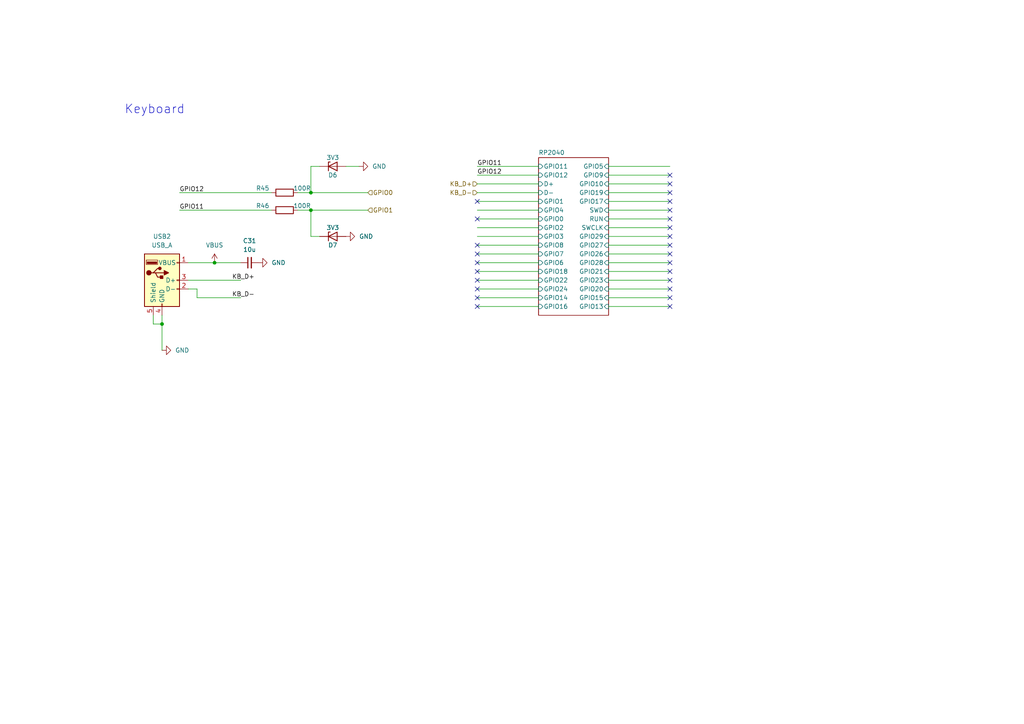
<source format=kicad_sch>
(kicad_sch (version 20231120) (generator "eeschema") (generator_version "8.0")
  (paper "A4")
  (title_block (title "FRANK2") (date "2024-11-21") (rev "1.0") (company "Mikhail Matveev") (comment 1 "https://github.com/xtremespb/frank2"))
  (lib_symbols
    (symbol "Connector:USB_A" (pin_names (offset 1.016))
      (property "Reference" "J" (at -5.08 11.43 0))
      (property "Value" "USB_A" (at -5.08 8.89 0))
      (symbol "USB_A_0_1"
        (rectangle (start -5.08 -7.62) (end 5.08 7.62) (stroke (width 0.254)) (fill (type background)))
        (circle (center -3.81 2.159) (radius 0.635) (stroke (width 0.254)) (fill (type outline)))
        (rectangle (start -1.524 4.826) (end -4.318 5.334) (fill (type outline)))
        (rectangle (start -1.27 4.572) (end -4.572 5.842))
        (circle (center -0.635 3.429) (radius 0.381) (stroke (width 0.254)) (fill (type outline)))
        (rectangle (start -0.127 -7.62) (end 0.127 -6.858))
        (polyline (pts (xy -3.175 2.159) (xy -2.54 2.159) (xy -1.27 3.429) (xy -0.635 3.429)) (stroke (width 0.254)))
        (polyline (pts (xy -2.54 2.159) (xy -1.905 2.159) (xy -1.27 0.889) (xy 0 0.889)) (stroke (width 0.254)))
        (polyline (pts (xy 0.635 2.794) (xy 0.635 1.524) (xy 1.905 2.159) (xy 0.635 2.794)) (stroke (width 0.254)) (fill (type outline)))
        (rectangle (start 0.254 1.27) (end -0.508 0.508) (stroke (width 0.254)) (fill (type outline)))
        (rectangle (start 5.08 -2.667) (end 4.318 -2.413))
        (rectangle (start 5.08 -0.127) (end 4.318 0.127))
        (rectangle (start 5.08 4.953) (end 4.318 5.207))
      )
      (symbol "USB_A_1_1"
        (polyline (pts (xy -1.905 2.159) (xy 0.635 2.159)) (stroke (width 0.254)))
        (pin power_in line (at 7.62 5.08 180) (length 2.54) (name "VBUS") (number "1"))
        (pin bidirectional line (at 7.62 -2.54 180) (length 2.54) (name "D-") (number "2"))
        (pin bidirectional line (at 7.62 0 180) (length 2.54) (name "D+") (number "3"))
        (pin power_in line (at 0 -10.16 90) (length 2.54) (name "GND") (number "4"))
        (pin passive line (at -2.54 -10.16 90) (length 2.54) (name "Shield") (number "5"))
      )
    )
    (symbol "Device:C_Small" (pin_numbers hide) (pin_names (offset 0.254) hide)
      (property "Reference" "C" (at 0.254 1.778 0))
      (property "Value" "C_Small" (at 0.254 -2.032 0))
      (symbol "C_Small_0_1"
        (polyline (pts (xy -1.524 -0.508) (xy 1.524 -0.508)) (stroke (width 0.3302)))
        (polyline (pts (xy -1.524 0.508) (xy 1.524 0.508)) (stroke (width 0.3048)))
      )
      (symbol "C_Small_1_1"
        (pin passive line (at 0 2.54 270) (length 2.032) (name "~") (number "1"))
        (pin passive line (at 0 -2.54 90) (length 2.032) (name "~") (number "2"))
      )
    )
    (symbol "Device:D_Zener" (pin_numbers hide) (pin_names (offset 1.016) hide)
      (property "Reference" "D" (at 0 2.54 0))
      (property "Value" "D_Zener" (at 0 -2.54 0))
      (symbol "D_Zener_0_1"
        (polyline (pts (xy 1.27 0) (xy -1.27 0)))
        (polyline (pts (xy -1.27 -1.27) (xy -1.27 1.27) (xy -0.762 1.27)) (stroke (width 0.254)))
        (polyline (pts (xy 1.27 -1.27) (xy 1.27 1.27) (xy -1.27 0) (xy 1.27 -1.27)) (stroke (width 0.254)))
      )
      (symbol "D_Zener_1_1"
        (pin passive line (at -3.81 0 0) (length 2.54) (name "K") (number "1"))
        (pin passive line (at 3.81 0 180) (length 2.54) (name "A") (number "2"))
      )
    )
    (symbol "Device:R" (pin_numbers hide) (pin_names (offset 0))
      (property "Reference" "R" (at 2.032 0 90))
      (property "Value" "R" (at 0 0 90))
      (symbol "R_0_1"
        (rectangle (start -1.016 -2.54) (end 1.016 2.54) (stroke (width 0.254)))
      )
      (symbol "R_1_1"
        (pin passive line (at 0 3.81 270) (length 1.27) (name "~") (number "1"))
        (pin passive line (at 0 -3.81 90) (length 1.27) (name "~") (number "2"))
      )
    )
    (symbol "GND_1" (power) (pin_numbers hide) (pin_names (offset 0) hide)
      (property "Value" "GND" (at 0 -3.81 0))
      (symbol "GND_1_0_1"
        (polyline (pts (xy 0 0) (xy 0 -1.27) (xy 1.27 -1.27) (xy 0 -2.54) (xy -1.27 -1.27) (xy 0 -1.27)))
      )
      (symbol "GND_1_1_1"
        (pin power_in line (at 0 0 270) (length 0) (name "~") (number "1"))
      )
    )
    (symbol "GND_2" (power) (pin_numbers hide) (pin_names (offset 0) hide)
      (property "Value" "GND" (at 0 -3.81 0))
      (symbol "GND_2_0_1"
        (polyline (pts (xy 0 0) (xy 0 -1.27) (xy 1.27 -1.27) (xy 0 -2.54) (xy -1.27 -1.27) (xy 0 -1.27)))
      )
      (symbol "GND_2_1_1"
        (pin power_in line (at 0 0 270) (length 0) (name "~") (number "1"))
      )
    )
    (symbol "power:GND" (power) (pin_names (offset 0))
      (property "Value" "GND" (at 0 -3.81 0))
      (symbol "GND_0_1"
        (polyline (pts (xy 0 0) (xy 0 -1.27) (xy 1.27 -1.27) (xy 0 -2.54) (xy -1.27 -1.27) (xy 0 -1.27)))
      )
      (symbol "GND_1_1"
        (pin power_in line (at 0 0 270) (length 0) hide (name "GND") (number "1"))
      )
    )
    (symbol "power:VBUS" (power) (pin_numbers hide) (pin_names (offset 0) hide)
      (property "Value" "VBUS" (at 0 3.556 0))
      (symbol "VBUS_0_1"
        (polyline (pts (xy -0.762 1.27) (xy 0 2.54)))
        (polyline (pts (xy 0 0) (xy 0 2.54)))
        (polyline (pts (xy 0 2.54) (xy 0.762 1.27)))
      )
      (symbol "VBUS_1_1"
        (pin power_in line (at 0 0 90) (length 0) (name "~") (number "1"))
      )
    )
  )
  (junction (at 90.17 60.96))
  (junction (at 46.99 93.98))
  (junction (at 90.17 55.88))
  (junction (at 62.23 76.2))
  (no_connect (at 194.31 88.9))
  (no_connect (at 194.31 55.88))
  (no_connect (at 194.31 83.82))
  (no_connect (at 138.43 58.42))
  (no_connect (at 138.43 78.74))
  (no_connect (at 138.43 76.2))
  (no_connect (at 138.43 86.36))
  (no_connect (at 138.43 73.66))
  (no_connect (at 194.31 58.42))
  (no_connect (at 194.31 60.96))
  (no_connect (at 138.43 88.9))
  (no_connect (at 138.43 71.12))
  (no_connect (at 194.31 78.74))
  (no_connect (at 194.31 50.8))
  (no_connect (at 194.31 86.36))
  (no_connect (at 194.31 53.34))
  (no_connect (at 194.31 63.5))
  (no_connect (at 194.31 68.58))
  (no_connect (at 194.31 71.12))
  (no_connect (at 194.31 73.66))
  (no_connect (at 138.43 63.5))
  (no_connect (at 194.31 76.2))
  (no_connect (at 194.31 81.28))
  (no_connect (at 138.43 81.28))
  (no_connect (at 138.43 83.82))
  (no_connect (at 194.31 66.04))
  (wire (pts (xy 176.53 73.66) (xy 194.31 73.66)))
  (wire (pts (xy 90.17 55.88) (xy 106.68 55.88)))
  (wire (pts (xy 57.15 83.82) (xy 57.15 86.36)))
  (wire (pts (xy 138.43 76.2) (xy 156.21 76.2)))
  (wire (pts (xy 52.07 60.96) (xy 78.74 60.96)))
  (wire (pts (xy 54.61 76.2) (xy 62.23 76.2)))
  (wire (pts (xy 138.43 55.88) (xy 156.21 55.88)))
  (wire (pts (xy 46.99 91.44) (xy 46.99 93.98)))
  (wire (pts (xy 92.71 68.58) (xy 90.17 68.58)))
  (wire (pts (xy 138.43 50.8) (xy 156.21 50.8)))
  (wire (pts (xy 176.53 71.12) (xy 194.31 71.12)))
  (wire (pts (xy 138.43 60.96) (xy 156.21 60.96)))
  (wire (pts (xy 90.17 60.96) (xy 86.36 60.96)))
  (wire (pts (xy 138.43 68.58) (xy 156.21 68.58)))
  (wire (pts (xy 90.17 60.96) (xy 106.68 60.96)))
  (wire (pts (xy 92.71 48.26) (xy 90.17 48.26)))
  (wire (pts (xy 138.43 58.42) (xy 156.21 58.42)))
  (wire (pts (xy 138.43 88.9) (xy 156.21 88.9)))
  (wire (pts (xy 46.99 93.98) (xy 46.99 101.6)))
  (wire (pts (xy 90.17 68.58) (xy 90.17 60.96)))
  (wire (pts (xy 176.53 50.8) (xy 194.31 50.8)))
  (wire (pts (xy 176.53 78.74) (xy 194.31 78.74)))
  (wire (pts (xy 176.53 58.42) (xy 194.31 58.42)))
  (wire (pts (xy 100.33 48.26) (xy 104.14 48.26)))
  (wire (pts (xy 138.43 83.82) (xy 156.21 83.82)))
  (wire (pts (xy 62.23 76.2) (xy 69.85 76.2)))
  (wire (pts (xy 138.43 53.34) (xy 156.21 53.34)))
  (wire (pts (xy 176.53 76.2) (xy 194.31 76.2)))
  (wire (pts (xy 52.07 55.88) (xy 78.74 55.88)))
  (wire (pts (xy 176.53 48.26) (xy 194.31 48.26)))
  (wire (pts (xy 57.15 86.36) (xy 69.85 86.36)))
  (wire (pts (xy 176.53 68.58) (xy 194.31 68.58)))
  (wire (pts (xy 176.53 88.9) (xy 194.31 88.9)))
  (wire (pts (xy 176.53 60.96) (xy 194.31 60.96)))
  (wire (pts (xy 176.53 66.04) (xy 194.31 66.04)))
  (wire (pts (xy 90.17 48.26) (xy 90.17 55.88)))
  (wire (pts (xy 54.61 83.82) (xy 57.15 83.82)))
  (wire (pts (xy 90.17 55.88) (xy 86.36 55.88)))
  (wire (pts (xy 54.61 81.28) (xy 69.85 81.28)))
  (wire (pts (xy 138.43 71.12) (xy 156.21 71.12)))
  (wire (pts (xy 138.43 86.36) (xy 156.21 86.36)))
  (wire (pts (xy 176.53 55.88) (xy 194.31 55.88)))
  (wire (pts (xy 138.43 78.74) (xy 156.21 78.74)))
  (wire (pts (xy 176.53 81.28) (xy 194.31 81.28)))
  (wire (pts (xy 44.45 93.98) (xy 46.99 93.98)))
  (wire (pts (xy 44.45 91.44) (xy 44.45 93.98)))
  (wire (pts (xy 176.53 83.82) (xy 194.31 83.82)))
  (wire (pts (xy 138.43 48.26) (xy 156.21 48.26)))
  (wire (pts (xy 138.43 63.5) (xy 156.21 63.5)))
  (wire (pts (xy 176.53 86.36) (xy 194.31 86.36)))
  (wire (pts (xy 176.53 53.34) (xy 194.31 53.34)))
  (wire (pts (xy 138.43 81.28) (xy 156.21 81.28)))
  (wire (pts (xy 176.53 63.5) (xy 194.31 63.5)))
  (wire (pts (xy 138.43 73.66) (xy 156.21 73.66)))
  (wire (pts (xy 138.43 66.04) (xy 156.21 66.04)))
  (text "Keyboard" (at 36.068 33.274 0) (effects (font (size 2.54 2.54)) (justify left bottom)))
  (label "GPIO12" (at 138.43 50.8 0))
  (label "GPIO11" (at 138.43 48.26 0))
  (label "GPIO12" (at 52.07 55.88 0))
  (label "GPIO11" (at 52.07 60.96 0))
  (label "KB_D-" (at 67.31 86.36 0))
  (label "KB_D+" (at 67.31 81.28 0))
  (hierarchical_label "GPIO1" (shape input) (at 106.68 60.96 0))
  (hierarchical_label "GPIO0" (shape input) (at 106.68 55.88 0))
  (hierarchical_label "KB_D+" (shape input) (at 138.43 53.34 180))
  (hierarchical_label "KB_D-" (shape input) (at 138.43 55.88 180))
  (symbol (lib_id "Device:C_Small") (at 72.39 76.2 90) (unit 1)
    (property "Reference" "C31" (at 72.3963 69.85 90))
    (property "Value" "10u" (at 72.3963 72.39 90))
    (property "Footprint" "Capacitor_SMD:C_0805_2012Metric_Pad1.18x1.45mm_HandSolder" (effects (hide yes)))
    (property "Description" "Unpolarized capacitor, small symbol" (effects (hide yes)))
  )
  (symbol (lib_id "power:GND") (at 104.14 48.26 90) (unit 1)
    (property "Reference" "#PWR062" (effects (hide yes)))
    (property "Value" "GND" (at 107.95 48.2599 90) (effects (justify right)))
  )
  (symbol (lib_id "power:GND") (at 100.33 68.58 90) (unit 1)
    (property "Reference" "#PWR061" (effects (hide yes)))
    (property "Value" "GND" (at 104.14 68.5799 90) (effects (justify right)))
  )
  (symbol (lib_id "power:VBUS") (at 62.23 76.2 0) (unit 1)
    (property "Reference" "#PWR059" (effects (hide yes)))
    (property "Value" "VBUS" (at 62.23 71.12 0))
    (property "Description" "Power symbol creates a global label with name \"VBUS\"" (effects (hide yes)))
  )
  (symbol (lib_name "GND_2") (lib_id "power:GND") (at 74.93 76.2 90) (unit 1)
    (property "Reference" "#PWR060" (effects (hide yes)))
    (property "Value" "GND" (at 78.74 76.1999 90) (effects (justify right)))
    (property "Description" "Power symbol creates a global label with name \"GND\" , ground" (effects (hide yes)))
  )
  (symbol (lib_id "Device:R") (at 82.55 55.88 90) (unit 1)
    (property "Reference" "R45" (at 76.2 54.61 90))
    (property "Value" "100R" (at 87.63 54.61 90))
    (property "Footprint" "Resistor_SMD:R_0805_2012Metric_Pad1.20x1.40mm_HandSolder" (effects (hide yes)))
  )
  (symbol (lib_id "Device:D_Zener") (at 96.52 48.26 0) (unit 1)
    (property "Reference" "D6" (at 96.52 50.8 0))
    (property "Value" "3V3" (at 96.52 45.72 0))
    (property "Footprint" "Diode_SMD:D_0805_2012Metric_Pad1.15x1.40mm_HandSolder" (effects (hide yes)))
  )
  (symbol (lib_id "Device:D_Zener") (at 96.52 68.58 0) (unit 1)
    (property "Reference" "D7" (at 96.52 71.12 0))
    (property "Value" "3V3" (at 96.52 66.04 0))
    (property "Footprint" "Diode_SMD:D_0805_2012Metric_Pad1.15x1.40mm_HandSolder" (effects (hide yes)))
  )
  (symbol (lib_name "GND_1") (lib_id "power:GND") (at 46.99 101.6 90) (unit 1)
    (property "Reference" "#PWR058" (effects (hide yes)))
    (property "Value" "GND" (at 50.8 101.5999 90) (effects (justify right)))
    (property "Description" "Power symbol creates a global label with name \"GND\" , ground" (effects (hide yes)))
  )
  (symbol (lib_id "Connector:USB_A") (at 46.99 81.28 0) (unit 1)
    (property "Reference" "USB2" (at 46.99 68.58 0))
    (property "Value" "USB_A" (at 46.99 71.12 0))
    (property "Footprint" "LIBS:Medved_USB_A" (effects (hide yes)))
    (property "Description" "USB Type A connector" (effects (hide yes)))
  )
  (symbol (lib_id "Device:R") (at 82.55 60.96 90) (unit 1)
    (property "Reference" "R46" (at 76.2 59.69 90))
    (property "Value" "100R" (at 87.63 59.69 90))
    (property "Footprint" "Resistor_SMD:R_0805_2012Metric_Pad1.20x1.40mm_HandSolder" (effects (hide yes)))
  )
  (sheet (at 156.21 45.72) (size 20.32 45.72) (stroke (width 0.1524))
    (property "Sheetname" "RP2040" (at 156.21 45.0084 0) (effects (justify left bottom)))
    (property "Sheetfile" "rp2040.kicad_sch" (effects (hide yes)))
    (pin "D+" input (at 156.21 53.34 180))
    (pin "D-" input (at 156.21 55.88 180))
    (pin "GPIO11" input (at 156.21 48.26 180))
    (pin "GPIO12" input (at 156.21 50.8 180))
    (pin "GPIO1" input (at 156.21 58.42 180))
    (pin "GPIO4" input (at 156.21 60.96 180))
    (pin "GPIO0" input (at 156.21 63.5 180))
    (pin "GPIO2" input (at 156.21 66.04 180))
    (pin "GPIO3" input (at 156.21 68.58 180))
    (pin "GPIO8" input (at 156.21 71.12 180))
    (pin "GPIO7" input (at 156.21 73.66 180))
    (pin "GPIO6" input (at 156.21 76.2 180))
    (pin "GPIO5" input (at 176.53 48.26 0))
    (pin "GPIO9" input (at 176.53 50.8 0))
    (pin "GPIO10" input (at 176.53 53.34 0))
    (pin "GPIO19" input (at 176.53 55.88 0))
    (pin "GPIO17" input (at 176.53 58.42 0))
    (pin "SWD" input (at 176.53 60.96 0))
    (pin "RUN" input (at 176.53 63.5 0))
    (pin "SWCLK" input (at 176.53 66.04 0))
    (pin "GPIO29" input (at 176.53 68.58 0))
    (pin "GPIO27" input (at 176.53 71.12 0))
    (pin "GPIO26" input (at 176.53 73.66 0))
    (pin "GPIO28" input (at 176.53 76.2 0))
    (pin "GPIO18" input (at 156.21 78.74 180))
    (pin "GPIO21" input (at 176.53 78.74 0))
    (pin "GPIO22" input (at 156.21 81.28 180))
    (pin "GPIO23" input (at 176.53 81.28 0))
    (pin "GPIO24" input (at 156.21 83.82 180))
    (pin "GPIO20" input (at 176.53 83.82 0))
    (pin "GPIO14" input (at 156.21 86.36 180))
    (pin "GPIO15" input (at 176.53 86.36 0))
    (pin "GPIO16" input (at 156.21 88.9 180))
    (pin "GPIO13" input (at 176.53 88.9 0))
  )
)
</source>
